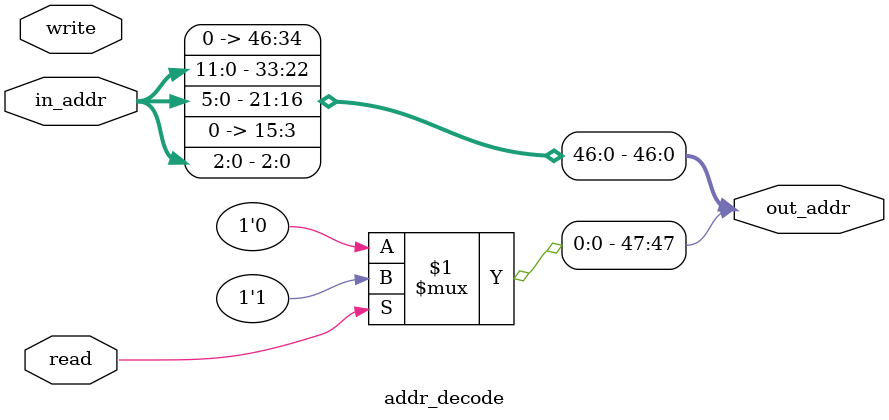
<source format=sv>
module addr_decode(
    input  wire [31:0]  in_addr,
    input  wire         read,
    input  wire         write,
    output wire [47:0]  out_addr
);


assign out_addr[47] = read ? 1'b1 : 1'b0;

assign out_addr[46:36] = 11'b0;
assign out_addr[15:3]  = 13'b0;

//row address
assign out_addr[35:22] = in_addr[11:0];
//upper column address
assign out_addr[21:16] = in_addr[11:0];
//lower column address
assign out_addr[2:0]   = in_addr[11:0];


endmodule
</source>
